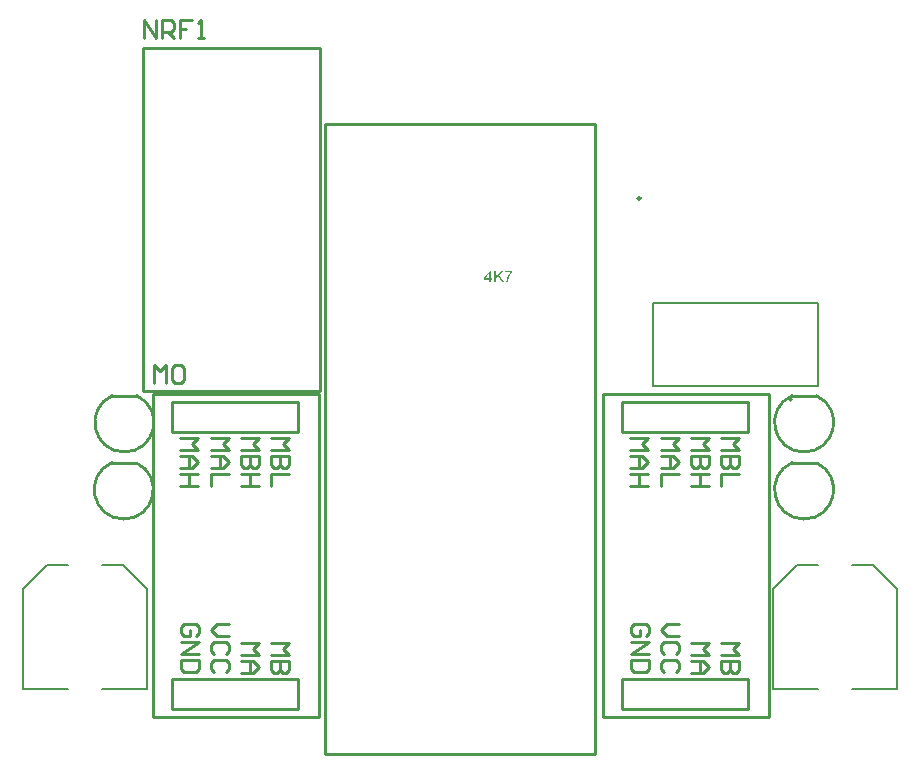
<source format=gto>
G04*
G04 #@! TF.GenerationSoftware,Altium Limited,Altium NEXUS,1.1.9 (86)*
G04*
G04 Layer_Color=65535*
%FSLAX24Y24*%
%MOIN*%
G70*
G01*
G75*
%ADD10C,0.0100*%
%ADD11C,0.0098*%
%ADD12C,0.0079*%
G36*
X1023Y15610D02*
Y15361D01*
X1075D01*
Y15318D01*
X1023D01*
Y15226D01*
X976D01*
Y15318D01*
X809D01*
Y15361D01*
X985Y15610D01*
X1023D01*
D02*
G37*
G36*
X1192D02*
Y15419D01*
X1382Y15610D01*
X1451D01*
X1290Y15454D01*
X1458Y15226D01*
X1391D01*
X1255Y15419D01*
X1192Y15359D01*
Y15226D01*
X1141D01*
Y15610D01*
X1192D01*
D02*
G37*
G36*
X1734Y15605D02*
Y15568D01*
X1733Y15567D01*
X1732Y15566D01*
X1730Y15564D01*
X1728Y15560D01*
X1724Y15556D01*
X1720Y15552D01*
X1715Y15546D01*
X1710Y15540D01*
X1705Y15533D01*
X1699Y15525D01*
X1693Y15517D01*
X1687Y15508D01*
X1680Y15498D01*
X1674Y15487D01*
X1667Y15475D01*
X1660Y15464D01*
X1660Y15463D01*
X1659Y15461D01*
X1657Y15458D01*
X1654Y15453D01*
X1652Y15447D01*
X1648Y15440D01*
X1644Y15432D01*
X1640Y15423D01*
X1636Y15413D01*
X1631Y15403D01*
X1627Y15392D01*
X1622Y15381D01*
X1613Y15357D01*
X1605Y15331D01*
Y15331D01*
X1604Y15329D01*
X1604Y15326D01*
X1603Y15323D01*
X1602Y15318D01*
X1600Y15313D01*
X1599Y15307D01*
X1598Y15300D01*
X1596Y15292D01*
X1594Y15284D01*
X1592Y15266D01*
X1589Y15247D01*
X1587Y15226D01*
X1539D01*
Y15226D01*
Y15228D01*
Y15230D01*
X1539Y15233D01*
Y15238D01*
X1540Y15243D01*
X1540Y15250D01*
X1541Y15256D01*
X1542Y15264D01*
X1543Y15272D01*
X1545Y15281D01*
X1547Y15291D01*
X1548Y15301D01*
X1550Y15312D01*
X1556Y15334D01*
Y15335D01*
X1557Y15337D01*
X1558Y15341D01*
X1559Y15346D01*
X1561Y15351D01*
X1563Y15358D01*
X1565Y15366D01*
X1569Y15374D01*
X1572Y15383D01*
X1575Y15393D01*
X1584Y15414D01*
X1594Y15436D01*
X1605Y15458D01*
X1605Y15459D01*
X1607Y15461D01*
X1608Y15464D01*
X1610Y15468D01*
X1613Y15473D01*
X1617Y15479D01*
X1621Y15486D01*
X1625Y15493D01*
X1636Y15509D01*
X1647Y15526D01*
X1660Y15543D01*
X1673Y15559D01*
X1485D01*
Y15605D01*
X1734D01*
D02*
G37*
%LPC*%
G36*
X976Y15533D02*
X855Y15361D01*
X976D01*
Y15533D01*
D02*
G37*
%LPD*%
D10*
X-11591Y11451D02*
G03*
X-10772Y11442I400J-899D01*
G01*
X-11610Y9216D02*
G03*
X-10791Y9208I400J-899D01*
G01*
X11067Y9216D02*
G03*
X11886Y9208I400J-899D01*
G01*
X11067Y11451D02*
G03*
X11886Y11442I400J-899D01*
G01*
X-11591Y11451D02*
X-10781D01*
X-11610Y9216D02*
X-10800D01*
X11067D02*
X11877D01*
X11067Y11451D02*
X11877D01*
X-10578Y11615D02*
Y23023D01*
X-4682D01*
Y11615D02*
Y23023D01*
X-10578Y11615D02*
X-4682D01*
X-4700Y750D02*
Y11500D01*
X-4700Y750D02*
X-4700Y750D01*
X-10250Y750D02*
X-4700D01*
X-10250D02*
Y11500D01*
X-4700D01*
X-5400Y10250D02*
Y11250D01*
X-9600Y10250D02*
X-5400D01*
X-9600D02*
Y11250D01*
X-5400D01*
Y1000D02*
Y2000D01*
X-9600Y1000D02*
X-5400D01*
X-9600D02*
Y2000D01*
X-5400D01*
X10300Y750D02*
Y11500D01*
X10300Y750D02*
X10300Y750D01*
X4750Y750D02*
X10300D01*
X4750D02*
Y11500D01*
X10300D01*
X9600Y10250D02*
Y11250D01*
X5400Y10250D02*
X9600D01*
X5400D02*
Y11250D01*
X9600D01*
Y1000D02*
Y2000D01*
X5400Y1000D02*
X9600D01*
X5400D02*
Y2000D01*
X9600D01*
X-4500Y-500D02*
X4496D01*
X-4500D02*
Y20500D01*
X4496Y20500D01*
X4496Y-500D01*
X-8800Y3450D02*
X-8700Y3550D01*
Y3750D01*
X-8800Y3850D01*
X-9200D01*
X-9300Y3750D01*
Y3550D01*
X-9200Y3450D01*
X-9000D01*
Y3650D01*
X-9300Y3250D02*
X-8700D01*
X-9300Y2850D01*
X-8700D01*
Y2650D02*
X-9300D01*
Y2350D01*
X-9200Y2251D01*
X-8800D01*
X-8700Y2350D01*
Y2650D01*
X-7700Y3850D02*
X-8100D01*
X-8300Y3650D01*
X-8100Y3450D01*
X-7700D01*
X-7800Y2850D02*
X-7700Y2950D01*
Y3150D01*
X-7800Y3250D01*
X-8200D01*
X-8300Y3150D01*
Y2950D01*
X-8200Y2850D01*
X-7800Y2251D02*
X-7700Y2350D01*
Y2550D01*
X-7800Y2650D01*
X-8200D01*
X-8300Y2550D01*
Y2350D01*
X-8200Y2251D01*
X-7300Y3200D02*
X-6700D01*
X-6900Y3000D01*
X-6700Y2800D01*
X-7300D01*
Y2600D02*
X-6900D01*
X-6700Y2400D01*
X-6900Y2200D01*
X-7300D01*
X-7000D01*
Y2600D01*
X-6300Y3200D02*
X-5700D01*
X-5900Y3000D01*
X-5700Y2800D01*
X-6300D01*
X-5700Y2600D02*
X-6300D01*
Y2300D01*
X-6200Y2200D01*
X-6100D01*
X-6000Y2300D01*
Y2600D01*
Y2300D01*
X-5900Y2200D01*
X-5800D01*
X-5700Y2300D01*
Y2600D01*
X-9350Y10050D02*
X-8750D01*
X-8950Y9850D01*
X-8750Y9650D01*
X-9350D01*
Y9450D02*
X-8950D01*
X-8750Y9250D01*
X-8950Y9050D01*
X-9350D01*
X-9050D01*
Y9450D01*
X-8750Y8850D02*
X-9350D01*
X-9050D01*
Y8451D01*
X-8750D01*
X-9350D01*
X-8300Y10050D02*
X-7700D01*
X-7900Y9850D01*
X-7700Y9650D01*
X-8300D01*
Y9450D02*
X-7900D01*
X-7700Y9250D01*
X-7900Y9050D01*
X-8300D01*
X-8000D01*
Y9450D01*
X-7700Y8850D02*
X-8300D01*
Y8451D01*
X-7300Y10050D02*
X-6700D01*
X-6900Y9850D01*
X-6700Y9650D01*
X-7300D01*
X-6700Y9450D02*
X-7300D01*
Y9150D01*
X-7200Y9050D01*
X-7100D01*
X-7000Y9150D01*
Y9450D01*
Y9150D01*
X-6900Y9050D01*
X-6800D01*
X-6700Y9150D01*
Y9450D01*
Y8850D02*
X-7300D01*
X-7000D01*
Y8451D01*
X-6700D01*
X-7300D01*
X-6300Y10050D02*
X-5700D01*
X-5900Y9850D01*
X-5700Y9650D01*
X-6300D01*
X-5700Y9450D02*
X-6300D01*
Y9150D01*
X-6200Y9050D01*
X-6100D01*
X-6000Y9150D01*
Y9450D01*
Y9150D01*
X-5900Y9050D01*
X-5800D01*
X-5700Y9150D01*
Y9450D01*
Y8850D02*
X-6300D01*
Y8451D01*
X6200Y3450D02*
X6300Y3550D01*
Y3750D01*
X6200Y3850D01*
X5800D01*
X5700Y3750D01*
Y3550D01*
X5800Y3450D01*
X6000D01*
Y3650D01*
X5700Y3250D02*
X6300D01*
X5700Y2850D01*
X6300D01*
Y2650D02*
X5700D01*
Y2350D01*
X5800Y2251D01*
X6200D01*
X6300Y2350D01*
Y2650D01*
X7300Y3850D02*
X6900D01*
X6700Y3650D01*
X6900Y3450D01*
X7300D01*
X7200Y2850D02*
X7300Y2950D01*
Y3150D01*
X7200Y3250D01*
X6800D01*
X6700Y3150D01*
Y2950D01*
X6800Y2850D01*
X7200Y2251D02*
X7300Y2350D01*
Y2550D01*
X7200Y2650D01*
X6800D01*
X6700Y2550D01*
Y2350D01*
X6800Y2251D01*
X7700Y3200D02*
X8300D01*
X8100Y3000D01*
X8300Y2800D01*
X7700D01*
Y2600D02*
X8100D01*
X8300Y2400D01*
X8100Y2200D01*
X7700D01*
X8000D01*
Y2600D01*
X8700Y3200D02*
X9300D01*
X9100Y3000D01*
X9300Y2800D01*
X8700D01*
X9300Y2600D02*
X8700D01*
Y2300D01*
X8800Y2200D01*
X8900D01*
X9000Y2300D01*
Y2600D01*
Y2300D01*
X9100Y2200D01*
X9200D01*
X9300Y2300D01*
Y2600D01*
X5650Y10050D02*
X6250D01*
X6050Y9850D01*
X6250Y9650D01*
X5650D01*
Y9450D02*
X6050D01*
X6250Y9250D01*
X6050Y9050D01*
X5650D01*
X5950D01*
Y9450D01*
X6250Y8850D02*
X5650D01*
X5950D01*
Y8451D01*
X6250D01*
X5650D01*
X6700Y10050D02*
X7300D01*
X7100Y9850D01*
X7300Y9650D01*
X6700D01*
Y9450D02*
X7100D01*
X7300Y9250D01*
X7100Y9050D01*
X6700D01*
X7000D01*
Y9450D01*
X7300Y8850D02*
X6700D01*
Y8451D01*
X7700Y10050D02*
X8300D01*
X8100Y9850D01*
X8300Y9650D01*
X7700D01*
X8300Y9450D02*
X7700D01*
Y9150D01*
X7800Y9050D01*
X7900D01*
X8000Y9150D01*
Y9450D01*
Y9150D01*
X8100Y9050D01*
X8200D01*
X8300Y9150D01*
Y9450D01*
Y8850D02*
X7700D01*
X8000D01*
Y8451D01*
X8300D01*
X7700D01*
X8700Y10050D02*
X9300D01*
X9100Y9850D01*
X9300Y9650D01*
X8700D01*
X9300Y9450D02*
X8700D01*
Y9150D01*
X8800Y9050D01*
X8900D01*
X9000Y9150D01*
Y9450D01*
Y9150D01*
X9100Y9050D01*
X9200D01*
X9300Y9150D01*
Y9450D01*
Y8850D02*
X8700D01*
Y8451D01*
X-10525Y23375D02*
Y23975D01*
X-10125Y23375D01*
Y23975D01*
X-9925Y23375D02*
Y23975D01*
X-9625D01*
X-9525Y23875D01*
Y23675D01*
X-9625Y23575D01*
X-9925D01*
X-9725D02*
X-9525Y23375D01*
X-8926Y23975D02*
X-9325D01*
Y23675D01*
X-9125D01*
X-9325D01*
Y23375D01*
X-8726D02*
X-8526D01*
X-8626D01*
Y23975D01*
X-8726Y23875D01*
X-10199Y11853D02*
Y12453D01*
X-9999Y12253D01*
X-9799Y12453D01*
Y11853D01*
X-9599Y12353D02*
X-9499Y12453D01*
X-9299D01*
X-9199Y12353D01*
Y11953D01*
X-9299Y11853D01*
X-9499D01*
X-9599Y11953D01*
Y12353D01*
D11*
X6014Y18022D02*
G03*
X6014Y18022I-49J0D01*
G01*
D12*
X11075Y11317D02*
G03*
X11075Y11317I-48J0D01*
G01*
X11939Y11772D02*
Y14528D01*
X6427D02*
X11939D01*
X6427Y11772D02*
Y14528D01*
Y11772D02*
X11939D01*
X13071Y5817D02*
X13760D01*
X14567Y5010D01*
X10433D02*
X11240Y5817D01*
X11929D01*
X14567Y1683D02*
Y5010D01*
X13071Y1683D02*
X14567D01*
X10433D02*
X11929D01*
X10433D02*
Y5010D01*
X-11929Y5817D02*
X-11240D01*
X-10433Y5010D01*
X-14567D02*
X-13760Y5817D01*
X-13071D01*
X-10433Y1683D02*
Y5010D01*
X-11929Y1683D02*
X-10433D01*
X-14567D02*
X-13071D01*
X-14567D02*
Y5010D01*
M02*

</source>
